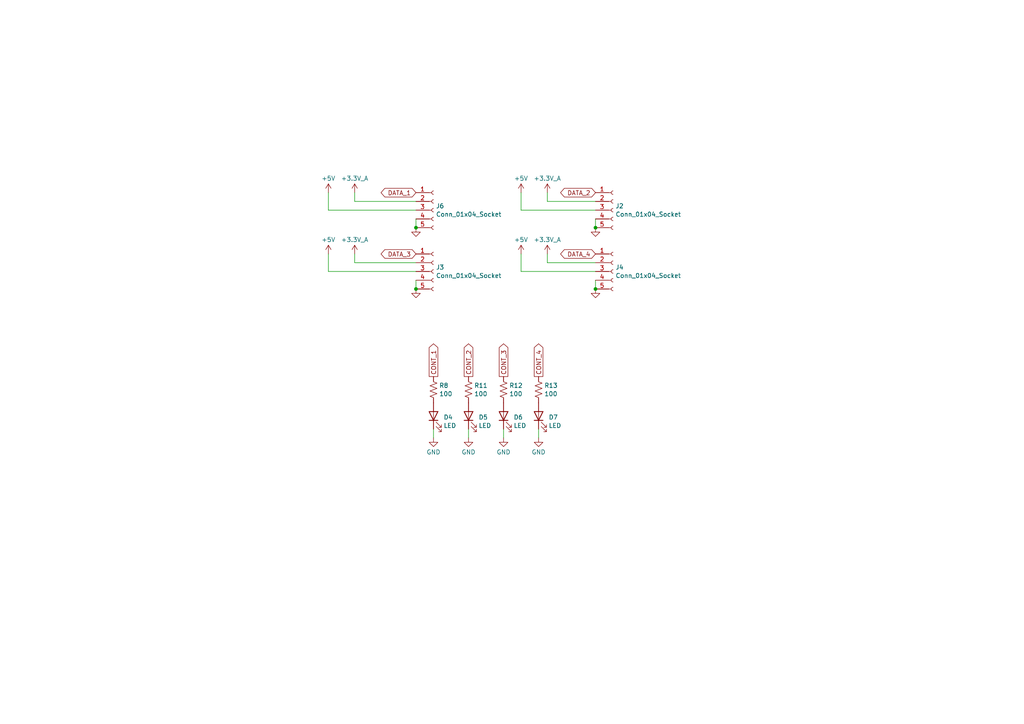
<source format=kicad_sch>
(kicad_sch (version 20230121) (generator eeschema)
  (paper "A4")
  (lib_symbols
    (symbol "Connector:Conn_01x05_Socket" (pin_names (offset 1.016) hide)
      (property "Reference" "J" (at 0 7.62 0))
      (property "Value" "Conn_01x05_Socket" (at 0 -7.62 0))
      (symbol "Conn_01x05_Socket_1_1"
        (arc (start 0 -4.572) (mid -0.5058 -5.08) (end 0 -5.588) (stroke (width 0.1524)))
        (arc (start 0 -2.032) (mid -0.5058 -2.54) (end 0 -3.048) (stroke (width 0.1524)))
        (polyline (pts (xy -1.27 -5.08) (xy -0.508 -5.08)) (stroke (width 0.1524)))
        (polyline (pts (xy -1.27 -2.54) (xy -0.508 -2.54)) (stroke (width 0.1524)))
        (polyline (pts (xy -1.27 0) (xy -0.508 0)) (stroke (width 0.1524)))
        (polyline (pts (xy -1.27 2.54) (xy -0.508 2.54)) (stroke (width 0.1524)))
        (polyline (pts (xy -1.27 5.08) (xy -0.508 5.08)) (stroke (width 0.1524)))
        (arc (start 0 0.508) (mid -0.5058 0) (end 0 -0.508) (stroke (width 0.1524)))
        (arc (start 0 3.048) (mid -0.5058 2.54) (end 0 2.032) (stroke (width 0.1524)))
        (arc (start 0 5.588) (mid -0.5058 5.08) (end 0 4.572) (stroke (width 0.1524)))
        (pin passive line (at -5.08 5.08 0) (length 3.81) (name "Pin_1") (number "1"))
        (pin passive line (at -5.08 2.54 0) (length 3.81) (name "Pin_2") (number "2"))
        (pin passive line (at -5.08 0 0) (length 3.81) (name "Pin_3") (number "3"))
        (pin passive line (at -5.08 -2.54 0) (length 3.81) (name "Pin_4") (number "4"))
        (pin passive line (at -5.08 -5.08 0) (length 3.81) (name "Pin_5") (number "5"))
      )
    )
    (symbol "Device:LED" (pin_numbers hide) (pin_names (offset 1.016) hide)
      (property "Reference" "D" (at 0 2.54 0))
      (property "Value" "LED" (at 0 -2.54 0))
      (symbol "LED_0_1"
        (polyline (pts (xy -1.27 -1.27) (xy -1.27 1.27)) (stroke (width 0.254)))
        (polyline (pts (xy -1.27 0) (xy 1.27 0)))
        (polyline (pts (xy 1.27 -1.27) (xy 1.27 1.27) (xy -1.27 0) (xy 1.27 -1.27)) (stroke (width 0.254)))
        (polyline (pts (xy -3.048 -0.762) (xy -4.572 -2.286) (xy -3.81 -2.286) (xy -4.572 -2.286) (xy -4.572 -1.524)))
        (polyline (pts (xy -1.778 -0.762) (xy -3.302 -2.286) (xy -2.54 -2.286) (xy -3.302 -2.286) (xy -3.302 -1.524)))
      )
      (symbol "LED_1_1"
        (pin passive line (at -3.81 0 0) (length 2.54) (name "K") (number "1"))
        (pin passive line (at 3.81 0 180) (length 2.54) (name "A") (number "2"))
      )
    )
    (symbol "Device:R_US" (pin_numbers hide) (pin_names (offset 0))
      (property "Reference" "R" (at 2.54 0 90))
      (property "Value" "R_US" (at -2.54 0 90))
      (symbol "R_US_0_1"
        (polyline (pts (xy 0 -2.286) (xy 0 -2.54)))
        (polyline (pts (xy 0 2.286) (xy 0 2.54)))
        (polyline (pts (xy 0 -0.762) (xy 1.016 -1.143) (xy 0 -1.524) (xy -1.016 -1.905) (xy 0 -2.286)))
        (polyline (pts (xy 0 0.762) (xy 1.016 0.381) (xy 0 0) (xy -1.016 -0.381) (xy 0 -0.762)))
        (polyline (pts (xy 0 2.286) (xy 1.016 1.905) (xy 0 1.524) (xy -1.016 1.143) (xy 0 0.762)))
      )
      (symbol "R_US_1_1"
        (pin passive line (at 0 3.81 270) (length 1.27) (name "~") (number "1"))
        (pin passive line (at 0 -3.81 90) (length 1.27) (name "~") (number "2"))
      )
    )
    (symbol "SparkFun-PowerSymbol:+3.3V_A" (power) (pin_names (offset 0))
      (property "Value" "+3.3V_A" (at 0 3.556 0))
      (symbol "+3.3V_A_0_1"
        (polyline (pts (xy -0.762 1.27) (xy 0 2.54)))
        (polyline (pts (xy 0 0) (xy 0 2.54)))
        (polyline (pts (xy 0 2.54) (xy 0.762 1.27)))
      )
      (symbol "+3.3V_A_1_1"
        (pin power_in line (at 0 0 90) (length 0) hide (name "+3.3V_A") (number "1"))
      )
    )
    (symbol "power:+5V" (power) (pin_names (offset 0))
      (property "Value" "+5V" (at 0 3.556 0))
      (symbol "+5V_0_1"
        (polyline (pts (xy -0.762 1.27) (xy 0 2.54)))
        (polyline (pts (xy 0 0) (xy 0 2.54)))
        (polyline (pts (xy 0 2.54) (xy 0.762 1.27)))
      )
      (symbol "+5V_1_1"
        (pin power_in line (at 0 0 90) (length 0) hide (name "+5V") (number "1"))
      )
    )
    (symbol "power:GND" (power) (pin_names (offset 0))
      (property "Value" "GND" (at 0 -3.81 0))
      (symbol "GND_0_1"
        (polyline (pts (xy 0 0) (xy 0 -1.27) (xy 1.27 -1.27) (xy 0 -2.54) (xy -1.27 -1.27) (xy 0 -1.27)))
      )
      (symbol "GND_1_1"
        (pin power_in line (at 0 0 270) (length 0) hide (name "GND") (number "1"))
      )
    )
  )
  (junction (at 172.72 66.04))
  (junction (at 120.65 66.04))
  (junction (at 120.65 83.82))
  (junction (at 172.72 83.82))
  (wire (pts (xy 146.05 124.46) (xy 146.05 127)))
  (wire (pts (xy 95.25 60.96) (xy 120.65 60.96)))
  (wire (pts (xy 158.75 73.66) (xy 158.75 76.2)))
  (wire (pts (xy 151.13 78.74) (xy 172.72 78.74)))
  (wire (pts (xy 156.21 124.46) (xy 156.21 127)))
  (wire (pts (xy 120.65 63.5) (xy 120.65 66.04)))
  (wire (pts (xy 135.89 124.46) (xy 135.89 127)))
  (wire (pts (xy 102.87 73.66) (xy 102.87 76.2)))
  (wire (pts (xy 102.87 55.88) (xy 102.87 58.42)))
  (wire (pts (xy 151.13 60.96) (xy 172.72 60.96)))
  (wire (pts (xy 172.72 63.5) (xy 172.72 66.04)))
  (wire (pts (xy 102.87 76.2) (xy 120.65 76.2)))
  (wire (pts (xy 95.25 73.66) (xy 95.25 78.74)))
  (wire (pts (xy 95.25 55.88) (xy 95.25 60.96)))
  (wire (pts (xy 158.75 58.42) (xy 172.72 58.42)))
  (wire (pts (xy 151.13 55.88) (xy 151.13 60.96)))
  (wire (pts (xy 158.75 76.2) (xy 172.72 76.2)))
  (wire (pts (xy 151.13 73.66) (xy 151.13 78.74)))
  (wire (pts (xy 95.25 78.74) (xy 120.65 78.74)))
  (wire (pts (xy 172.72 81.28) (xy 172.72 83.82)))
  (wire (pts (xy 102.87 58.42) (xy 120.65 58.42)))
  (wire (pts (xy 125.73 124.46) (xy 125.73 127)))
  (wire (pts (xy 120.65 81.28) (xy 120.65 83.82)))
  (wire (pts (xy 158.75 55.88) (xy 158.75 58.42)))
  (global_label "DATA_1" (shape bidirectional) (at 120.65 55.88 180) (property "Intersheetrefs" "${INTERSHEET_REFS}" (effects hide)))
  (global_label "DATA_2" (shape bidirectional) (at 172.72 55.88 180) (property "Intersheetrefs" "${INTERSHEET_REFS}" (effects hide)))
  (global_label "CONT_3" (shape output) (at 146.05 109.22 90) (property "Intersheetrefs" "${INTERSHEET_REFS}" (effects hide)))
  (global_label "DATA_4" (shape bidirectional) (at 172.72 73.66 180) (property "Intersheetrefs" "${INTERSHEET_REFS}" (effects hide)))
  (global_label "CONT_4" (shape output) (at 156.21 109.22 90) (property "Intersheetrefs" "${INTERSHEET_REFS}" (effects hide)))
  (global_label "DATA_3" (shape bidirectional) (at 120.65 73.66 180) (property "Intersheetrefs" "${INTERSHEET_REFS}" (effects hide)))
  (global_label "CONT_2" (shape output) (at 135.89 109.22 90) (property "Intersheetrefs" "${INTERSHEET_REFS}" (effects hide)))
  (global_label "CONT_1" (shape output) (at 125.73 109.22 90) (property "Intersheetrefs" "${INTERSHEET_REFS}" (effects hide)))
  (symbol (lib_id "power:+5V") (at 151.13 55.88 0) (unit 1)
    (property "Reference" "#PWR026" (effects hide))
    (property "Value" "+5V" (at 151.13 51.7469 0))
    (instances (project "Console Interface" (path "" (reference "#PWR026") (unit 1))) (project "Controller Interface" (path "" (reference "#PWR08") (unit 1))))
  )
  (symbol (lib_id "SparkFun-PowerSymbol:+3.3V_A") (at 102.87 55.88 0) (unit 1)
    (property "Reference" "#PWR015" (effects hide))
    (property "Value" "+3.3V_A" (at 102.87 51.7469 0))
    (instances (project "Console Interface" (path "" (reference "#PWR015") (unit 1)) (path "" (reference "#PWR01") (unit 1))))
  )
  (symbol (lib_id "power:+5V") (at 151.13 73.66 0) (unit 1)
    (property "Reference" "#PWR029" (effects hide))
    (property "Value" "+5V" (at 151.13 69.5269 0))
    (instances (project "Console Interface" (path "" (reference "#PWR029") (unit 1))) (project "Controller Interface" (path "" (reference "#PWR08") (unit 1))))
  )
  (symbol (lib_id "power:GND") (at 120.65 66.04 0) (unit 1)
    (property "Reference" "#PWR040" (effects hide))
    (property "Value" "GND" (effects hide))
    (instances (project "Console Interface" (path "" (reference "#PWR040") (unit 1))) (project "Controller Interface" (path "" (reference "#PWR010") (unit 1))))
  )
  (symbol (lib_id "power:GND") (at 172.72 83.82 0) (unit 1)
    (property "Reference" "#PWR038" (effects hide))
    (property "Value" "GND" (effects hide))
    (instances (project "Console Interface" (path "" (reference "#PWR038") (unit 1))) (project "Controller Interface" (path "" (reference "#PWR010") (unit 1))))
  )
  (symbol (lib_id "Device:LED") (at 125.73 120.65 90) (unit 1)
    (property "Reference" "D4" (at 128.651 121.0254 90) (effects (justify right)))
    (property "Value" "LED" (at 128.651 123.4496 90) (effects (justify right)))
    (property "Footprint" "LED_SMD:LED_0603_1608Metric" (effects hide))
    (instances (project "Console Interface" (path "" (reference "D4") (unit 1))) (project "Controller Interface" (path "" (reference "D1") (unit 1))))
  )
  (symbol (lib_id "power:GND") (at 172.72 66.04 0) (unit 1)
    (property "Reference" "#PWR037" (effects hide))
    (property "Value" "GND" (effects hide))
    (instances (project "Console Interface" (path "" (reference "#PWR037") (unit 1))) (project "Controller Interface" (path "" (reference "#PWR010") (unit 1))))
  )
  (symbol (lib_id "power:GND") (at 156.21 127 0) (unit 1)
    (property "Reference" "#PWR036" (effects hide))
    (property "Value" "GND" (at 156.21 131.1331 0))
    (instances (project "Console Interface" (path "" (reference "#PWR036") (unit 1))) (project "Controller Interface" (path "" (reference "#PWR016") (unit 1))))
  )
  (symbol (lib_id "SparkFun-PowerSymbol:+3.3V_A") (at 102.87 73.66 0) (unit 1)
    (property "Reference" "#PWR015" (effects hide))
    (property "Value" "+3.3V_A" (at 102.87 69.5269 0))
    (instances (project "Console Interface" (path "" (reference "#PWR015") (unit 1)) (path "" (reference "#PWR024") (unit 1))))
  )
  (symbol (lib_id "Device:R_US") (at 156.21 113.03 0) (unit 1)
    (property "Reference" "R13" (at 157.861 111.8179 0) (effects (justify left)))
    (property "Value" "100" (at 157.861 114.2421 0) (effects (justify left)))
    (property "Footprint" "Resistor_SMD:R_0603_1608Metric" (effects hide))
    (instances (project "Console Interface" (path "" (reference "R13") (unit 1))) (project "Controller Interface" (path "" (reference "R18") (unit 1))))
  )
  (symbol (lib_id "SparkFun-PowerSymbol:+3.3V_A") (at 158.75 55.88 0) (unit 1)
    (property "Reference" "#PWR015" (effects hide))
    (property "Value" "+3.3V_A" (at 158.75 51.7469 0))
    (instances (project "Console Interface" (path "" (reference "#PWR015") (unit 1)) (path "" (reference "#PWR028") (unit 1))))
  )
  (symbol (lib_id "power:GND") (at 135.89 127 0) (unit 1)
    (property "Reference" "#PWR032" (effects hide))
    (property "Value" "GND" (at 135.89 131.1331 0))
    (instances (project "Console Interface" (path "" (reference "#PWR032") (unit 1))) (project "Controller Interface" (path "" (reference "#PWR014") (unit 1))))
  )
  (symbol (lib_id "Device:R_US") (at 146.05 113.03 0) (unit 1)
    (property "Reference" "R12" (at 147.701 111.8179 0) (effects (justify left)))
    (property "Value" "100" (at 147.701 114.2421 0) (effects (justify left)))
    (property "Footprint" "Resistor_SMD:R_0603_1608Metric" (effects hide))
    (instances (project "Console Interface" (path "" (reference "R12") (unit 1))) (project "Controller Interface" (path "" (reference "R17") (unit 1))))
  )
  (symbol (lib_id "Connector:Conn_01x05_Socket") (at 125.73 78.74 0) (unit 1)
    (property "Reference" "J3" (at 126.4412 77.5279 0) (effects (justify left)))
    (property "Value" "Conn_01x04_Socket" (at 126.4412 79.9521 0) (effects (justify left)))
    (property "Footprint" "Connector_Molex:Molex_Pico-EZmate_78171-0005_1x05-1MP_P1.20mm_Vertical" (effects hide))
  )
  (symbol (lib_id "Connector:Conn_01x05_Socket") (at 125.73 60.96 0) (unit 1)
    (property "Reference" "J6" (at 126.4412 59.7479 0) (effects (justify left)))
    (property "Value" "Conn_01x04_Socket" (at 126.4412 62.1721 0) (effects (justify left)))
    (property "Footprint" "Connector_Molex:Molex_Pico-EZmate_78171-0005_1x05-1MP_P1.20mm_Vertical" (effects hide))
  )
  (symbol (lib_id "SparkFun-PowerSymbol:+3.3V_A") (at 158.75 73.66 0) (unit 1)
    (property "Reference" "#PWR015" (effects hide))
    (property "Value" "+3.3V_A" (at 158.75 69.5269 0))
    (instances (project "Console Interface" (path "" (reference "#PWR015") (unit 1)) (path "" (reference "#PWR030") (unit 1))))
  )
  (symbol (lib_id "Device:R_US") (at 125.73 113.03 0) (unit 1)
    (property "Reference" "R8" (at 127.381 111.8179 0) (effects (justify left)))
    (property "Value" "100" (at 127.381 114.2421 0) (effects (justify left)))
    (property "Footprint" "Resistor_SMD:R_0603_1608Metric" (effects hide))
    (instances (project "Console Interface" (path "" (reference "R8") (unit 1))) (project "Controller Interface" (path "" (reference "R4") (unit 1))))
  )
  (symbol (lib_id "Device:LED") (at 146.05 120.65 90) (unit 1)
    (property "Reference" "D6" (at 148.971 121.0254 90) (effects (justify right)))
    (property "Value" "LED" (at 148.971 123.4496 90) (effects (justify right)))
    (property "Footprint" "LED_SMD:LED_0603_1608Metric" (effects hide))
    (instances (project "Console Interface" (path "" (reference "D6") (unit 1))) (project "Controller Interface" (path "" (reference "D5") (unit 1))))
  )
  (symbol (lib_id "power:+5V") (at 95.25 73.66 0) (unit 1)
    (property "Reference" "#PWR023" (effects hide))
    (property "Value" "+5V" (at 95.25 69.5269 0))
    (instances (project "Console Interface" (path "" (reference "#PWR023") (unit 1))) (project "Controller Interface" (path "" (reference "#PWR08") (unit 1))))
  )
  (symbol (lib_id "Connector:Conn_01x05_Socket") (at 177.8 78.74 0) (unit 1)
    (property "Reference" "J4" (at 178.5112 77.5279 0) (effects (justify left)))
    (property "Value" "Conn_01x04_Socket" (at 178.5112 79.9521 0) (effects (justify left)))
    (property "Footprint" "Connector_Molex:Molex_Pico-EZmate_78171-0005_1x05-1MP_P1.20mm_Vertical" (effects hide))
  )
  (symbol (lib_id "Device:LED") (at 156.21 120.65 90) (unit 1)
    (property "Reference" "D7" (at 159.131 121.0254 90) (effects (justify right)))
    (property "Value" "LED" (at 159.131 123.4496 90) (effects (justify right)))
    (property "Footprint" "LED_SMD:LED_0603_1608Metric" (effects hide))
    (instances (project "Console Interface" (path "" (reference "D7") (unit 1))) (project "Controller Interface" (path "" (reference "D6") (unit 1))))
  )
  (symbol (lib_id "Device:LED") (at 135.89 120.65 90) (unit 1)
    (property "Reference" "D5" (at 138.811 121.0254 90) (effects (justify right)))
    (property "Value" "LED" (at 138.811 123.4496 90) (effects (justify right)))
    (property "Footprint" "LED_SMD:LED_0603_1608Metric" (effects hide))
    (instances (project "Console Interface" (path "" (reference "D5") (unit 1))) (project "Controller Interface" (path "" (reference "D4") (unit 1))))
  )
  (symbol (lib_id "Device:R_US") (at 135.89 113.03 0) (unit 1)
    (property "Reference" "R11" (at 137.541 111.8179 0) (effects (justify left)))
    (property "Value" "100" (at 137.541 114.2421 0) (effects (justify left)))
    (property "Footprint" "Resistor_SMD:R_0603_1608Metric" (effects hide))
    (instances (project "Console Interface" (path "" (reference "R11") (unit 1))) (project "Controller Interface" (path "" (reference "R16") (unit 1))))
  )
  (symbol (lib_id "power:GND") (at 146.05 127 0) (unit 1)
    (property "Reference" "#PWR035" (effects hide))
    (property "Value" "GND" (at 146.05 131.1331 0))
    (instances (project "Console Interface" (path "" (reference "#PWR035") (unit 1))) (project "Controller Interface" (path "" (reference "#PWR015") (unit 1))))
  )
  (symbol (lib_id "Connector:Conn_01x05_Socket") (at 177.8 60.96 0) (unit 1)
    (property "Reference" "J2" (at 178.5112 59.7479 0) (effects (justify left)))
    (property "Value" "Conn_01x04_Socket" (at 178.5112 62.1721 0) (effects (justify left)))
    (property "Footprint" "Connector_Molex:Molex_Pico-EZmate_78171-0005_1x05-1MP_P1.20mm_Vertical" (effects hide))
  )
  (symbol (lib_id "power:GND") (at 120.65 83.82 0) (unit 1)
    (property "Reference" "#PWR025" (effects hide))
    (property "Value" "GND" (effects hide))
    (instances (project "Console Interface" (path "" (reference "#PWR025") (unit 1))) (project "Controller Interface" (path "" (reference "#PWR010") (unit 1))))
  )
  (symbol (lib_id "power:+5V") (at 95.25 55.88 0) (unit 1)
    (property "Reference" "#PWR031" (effects hide))
    (property "Value" "+5V" (at 95.25 51.7469 0))
    (instances (project "Console Interface" (path "" (reference "#PWR031") (unit 1))) (project "Controller Interface" (path "" (reference "#PWR08") (unit 1))))
  )
  (symbol (lib_id "power:GND") (at 125.73 127 0) (unit 1)
    (property "Reference" "#PWR027" (effects hide))
    (property "Value" "GND" (at 125.73 131.1331 0))
    (instances (project "Console Interface" (path "" (reference "#PWR027") (unit 1))) (project "Controller Interface" (path "" (reference "#PWR013") (unit 1))))
  )
)
</source>
